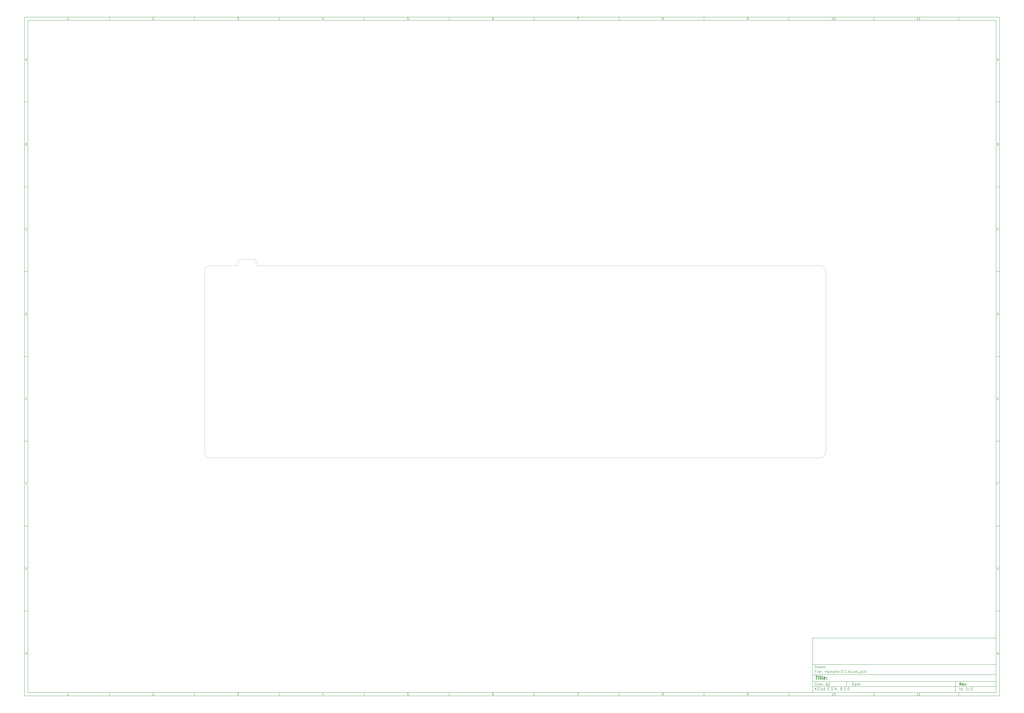
<source format=gbr>
G04 #@! TF.GenerationSoftware,KiCad,Pcbnew,8.0.0*
G04 #@! TF.CreationDate,2024-12-17T17:36:14-08:00*
G04 #@! TF.ProjectId,Hampter3.1,48616d70-7465-4723-932e-312e6b696361,rev?*
G04 #@! TF.SameCoordinates,Original*
G04 #@! TF.FileFunction,Profile,NP*
%FSLAX46Y46*%
G04 Gerber Fmt 4.6, Leading zero omitted, Abs format (unit mm)*
G04 Created by KiCad (PCBNEW 8.0.0) date 2024-12-17 17:36:14*
%MOMM*%
%LPD*%
G01*
G04 APERTURE LIST*
%ADD10C,0.100000*%
%ADD11C,0.150000*%
%ADD12C,0.300000*%
%ADD13C,0.400000*%
G04 #@! TA.AperFunction,Profile*
%ADD14C,0.050000*%
G04 #@! TD*
G04 APERTURE END LIST*
D10*
D11*
X474004400Y-375989000D02*
X582004400Y-375989000D01*
X582004400Y-407989000D01*
X474004400Y-407989000D01*
X474004400Y-375989000D01*
D10*
D11*
X10000000Y-10000000D02*
X584004400Y-10000000D01*
X584004400Y-409989000D01*
X10000000Y-409989000D01*
X10000000Y-10000000D01*
D10*
D11*
X12000000Y-12000000D02*
X582004400Y-12000000D01*
X582004400Y-407989000D01*
X12000000Y-407989000D01*
X12000000Y-12000000D01*
D10*
D11*
X60000000Y-12000000D02*
X60000000Y-10000000D01*
D10*
D11*
X110000000Y-12000000D02*
X110000000Y-10000000D01*
D10*
D11*
X160000000Y-12000000D02*
X160000000Y-10000000D01*
D10*
D11*
X210000000Y-12000000D02*
X210000000Y-10000000D01*
D10*
D11*
X260000000Y-12000000D02*
X260000000Y-10000000D01*
D10*
D11*
X310000000Y-12000000D02*
X310000000Y-10000000D01*
D10*
D11*
X360000000Y-12000000D02*
X360000000Y-10000000D01*
D10*
D11*
X410000000Y-12000000D02*
X410000000Y-10000000D01*
D10*
D11*
X460000000Y-12000000D02*
X460000000Y-10000000D01*
D10*
D11*
X510000000Y-12000000D02*
X510000000Y-10000000D01*
D10*
D11*
X560000000Y-12000000D02*
X560000000Y-10000000D01*
D10*
D11*
X36089160Y-11593604D02*
X35346303Y-11593604D01*
X35717731Y-11593604D02*
X35717731Y-10293604D01*
X35717731Y-10293604D02*
X35593922Y-10479319D01*
X35593922Y-10479319D02*
X35470112Y-10603128D01*
X35470112Y-10603128D02*
X35346303Y-10665033D01*
D10*
D11*
X85346303Y-10417414D02*
X85408207Y-10355509D01*
X85408207Y-10355509D02*
X85532017Y-10293604D01*
X85532017Y-10293604D02*
X85841541Y-10293604D01*
X85841541Y-10293604D02*
X85965350Y-10355509D01*
X85965350Y-10355509D02*
X86027255Y-10417414D01*
X86027255Y-10417414D02*
X86089160Y-10541223D01*
X86089160Y-10541223D02*
X86089160Y-10665033D01*
X86089160Y-10665033D02*
X86027255Y-10850747D01*
X86027255Y-10850747D02*
X85284398Y-11593604D01*
X85284398Y-11593604D02*
X86089160Y-11593604D01*
D10*
D11*
X135284398Y-10293604D02*
X136089160Y-10293604D01*
X136089160Y-10293604D02*
X135655826Y-10788842D01*
X135655826Y-10788842D02*
X135841541Y-10788842D01*
X135841541Y-10788842D02*
X135965350Y-10850747D01*
X135965350Y-10850747D02*
X136027255Y-10912652D01*
X136027255Y-10912652D02*
X136089160Y-11036461D01*
X136089160Y-11036461D02*
X136089160Y-11345985D01*
X136089160Y-11345985D02*
X136027255Y-11469795D01*
X136027255Y-11469795D02*
X135965350Y-11531700D01*
X135965350Y-11531700D02*
X135841541Y-11593604D01*
X135841541Y-11593604D02*
X135470112Y-11593604D01*
X135470112Y-11593604D02*
X135346303Y-11531700D01*
X135346303Y-11531700D02*
X135284398Y-11469795D01*
D10*
D11*
X185965350Y-10726938D02*
X185965350Y-11593604D01*
X185655826Y-10231700D02*
X185346303Y-11160271D01*
X185346303Y-11160271D02*
X186151064Y-11160271D01*
D10*
D11*
X236027255Y-10293604D02*
X235408207Y-10293604D01*
X235408207Y-10293604D02*
X235346303Y-10912652D01*
X235346303Y-10912652D02*
X235408207Y-10850747D01*
X235408207Y-10850747D02*
X235532017Y-10788842D01*
X235532017Y-10788842D02*
X235841541Y-10788842D01*
X235841541Y-10788842D02*
X235965350Y-10850747D01*
X235965350Y-10850747D02*
X236027255Y-10912652D01*
X236027255Y-10912652D02*
X236089160Y-11036461D01*
X236089160Y-11036461D02*
X236089160Y-11345985D01*
X236089160Y-11345985D02*
X236027255Y-11469795D01*
X236027255Y-11469795D02*
X235965350Y-11531700D01*
X235965350Y-11531700D02*
X235841541Y-11593604D01*
X235841541Y-11593604D02*
X235532017Y-11593604D01*
X235532017Y-11593604D02*
X235408207Y-11531700D01*
X235408207Y-11531700D02*
X235346303Y-11469795D01*
D10*
D11*
X285965350Y-10293604D02*
X285717731Y-10293604D01*
X285717731Y-10293604D02*
X285593922Y-10355509D01*
X285593922Y-10355509D02*
X285532017Y-10417414D01*
X285532017Y-10417414D02*
X285408207Y-10603128D01*
X285408207Y-10603128D02*
X285346303Y-10850747D01*
X285346303Y-10850747D02*
X285346303Y-11345985D01*
X285346303Y-11345985D02*
X285408207Y-11469795D01*
X285408207Y-11469795D02*
X285470112Y-11531700D01*
X285470112Y-11531700D02*
X285593922Y-11593604D01*
X285593922Y-11593604D02*
X285841541Y-11593604D01*
X285841541Y-11593604D02*
X285965350Y-11531700D01*
X285965350Y-11531700D02*
X286027255Y-11469795D01*
X286027255Y-11469795D02*
X286089160Y-11345985D01*
X286089160Y-11345985D02*
X286089160Y-11036461D01*
X286089160Y-11036461D02*
X286027255Y-10912652D01*
X286027255Y-10912652D02*
X285965350Y-10850747D01*
X285965350Y-10850747D02*
X285841541Y-10788842D01*
X285841541Y-10788842D02*
X285593922Y-10788842D01*
X285593922Y-10788842D02*
X285470112Y-10850747D01*
X285470112Y-10850747D02*
X285408207Y-10912652D01*
X285408207Y-10912652D02*
X285346303Y-11036461D01*
D10*
D11*
X335284398Y-10293604D02*
X336151064Y-10293604D01*
X336151064Y-10293604D02*
X335593922Y-11593604D01*
D10*
D11*
X385593922Y-10850747D02*
X385470112Y-10788842D01*
X385470112Y-10788842D02*
X385408207Y-10726938D01*
X385408207Y-10726938D02*
X385346303Y-10603128D01*
X385346303Y-10603128D02*
X385346303Y-10541223D01*
X385346303Y-10541223D02*
X385408207Y-10417414D01*
X385408207Y-10417414D02*
X385470112Y-10355509D01*
X385470112Y-10355509D02*
X385593922Y-10293604D01*
X385593922Y-10293604D02*
X385841541Y-10293604D01*
X385841541Y-10293604D02*
X385965350Y-10355509D01*
X385965350Y-10355509D02*
X386027255Y-10417414D01*
X386027255Y-10417414D02*
X386089160Y-10541223D01*
X386089160Y-10541223D02*
X386089160Y-10603128D01*
X386089160Y-10603128D02*
X386027255Y-10726938D01*
X386027255Y-10726938D02*
X385965350Y-10788842D01*
X385965350Y-10788842D02*
X385841541Y-10850747D01*
X385841541Y-10850747D02*
X385593922Y-10850747D01*
X385593922Y-10850747D02*
X385470112Y-10912652D01*
X385470112Y-10912652D02*
X385408207Y-10974557D01*
X385408207Y-10974557D02*
X385346303Y-11098366D01*
X385346303Y-11098366D02*
X385346303Y-11345985D01*
X385346303Y-11345985D02*
X385408207Y-11469795D01*
X385408207Y-11469795D02*
X385470112Y-11531700D01*
X385470112Y-11531700D02*
X385593922Y-11593604D01*
X385593922Y-11593604D02*
X385841541Y-11593604D01*
X385841541Y-11593604D02*
X385965350Y-11531700D01*
X385965350Y-11531700D02*
X386027255Y-11469795D01*
X386027255Y-11469795D02*
X386089160Y-11345985D01*
X386089160Y-11345985D02*
X386089160Y-11098366D01*
X386089160Y-11098366D02*
X386027255Y-10974557D01*
X386027255Y-10974557D02*
X385965350Y-10912652D01*
X385965350Y-10912652D02*
X385841541Y-10850747D01*
D10*
D11*
X435470112Y-11593604D02*
X435717731Y-11593604D01*
X435717731Y-11593604D02*
X435841541Y-11531700D01*
X435841541Y-11531700D02*
X435903445Y-11469795D01*
X435903445Y-11469795D02*
X436027255Y-11284080D01*
X436027255Y-11284080D02*
X436089160Y-11036461D01*
X436089160Y-11036461D02*
X436089160Y-10541223D01*
X436089160Y-10541223D02*
X436027255Y-10417414D01*
X436027255Y-10417414D02*
X435965350Y-10355509D01*
X435965350Y-10355509D02*
X435841541Y-10293604D01*
X435841541Y-10293604D02*
X435593922Y-10293604D01*
X435593922Y-10293604D02*
X435470112Y-10355509D01*
X435470112Y-10355509D02*
X435408207Y-10417414D01*
X435408207Y-10417414D02*
X435346303Y-10541223D01*
X435346303Y-10541223D02*
X435346303Y-10850747D01*
X435346303Y-10850747D02*
X435408207Y-10974557D01*
X435408207Y-10974557D02*
X435470112Y-11036461D01*
X435470112Y-11036461D02*
X435593922Y-11098366D01*
X435593922Y-11098366D02*
X435841541Y-11098366D01*
X435841541Y-11098366D02*
X435965350Y-11036461D01*
X435965350Y-11036461D02*
X436027255Y-10974557D01*
X436027255Y-10974557D02*
X436089160Y-10850747D01*
D10*
D11*
X486089160Y-11593604D02*
X485346303Y-11593604D01*
X485717731Y-11593604D02*
X485717731Y-10293604D01*
X485717731Y-10293604D02*
X485593922Y-10479319D01*
X485593922Y-10479319D02*
X485470112Y-10603128D01*
X485470112Y-10603128D02*
X485346303Y-10665033D01*
X486893921Y-10293604D02*
X487017731Y-10293604D01*
X487017731Y-10293604D02*
X487141540Y-10355509D01*
X487141540Y-10355509D02*
X487203445Y-10417414D01*
X487203445Y-10417414D02*
X487265350Y-10541223D01*
X487265350Y-10541223D02*
X487327255Y-10788842D01*
X487327255Y-10788842D02*
X487327255Y-11098366D01*
X487327255Y-11098366D02*
X487265350Y-11345985D01*
X487265350Y-11345985D02*
X487203445Y-11469795D01*
X487203445Y-11469795D02*
X487141540Y-11531700D01*
X487141540Y-11531700D02*
X487017731Y-11593604D01*
X487017731Y-11593604D02*
X486893921Y-11593604D01*
X486893921Y-11593604D02*
X486770112Y-11531700D01*
X486770112Y-11531700D02*
X486708207Y-11469795D01*
X486708207Y-11469795D02*
X486646302Y-11345985D01*
X486646302Y-11345985D02*
X486584398Y-11098366D01*
X486584398Y-11098366D02*
X486584398Y-10788842D01*
X486584398Y-10788842D02*
X486646302Y-10541223D01*
X486646302Y-10541223D02*
X486708207Y-10417414D01*
X486708207Y-10417414D02*
X486770112Y-10355509D01*
X486770112Y-10355509D02*
X486893921Y-10293604D01*
D10*
D11*
X536089160Y-11593604D02*
X535346303Y-11593604D01*
X535717731Y-11593604D02*
X535717731Y-10293604D01*
X535717731Y-10293604D02*
X535593922Y-10479319D01*
X535593922Y-10479319D02*
X535470112Y-10603128D01*
X535470112Y-10603128D02*
X535346303Y-10665033D01*
X537327255Y-11593604D02*
X536584398Y-11593604D01*
X536955826Y-11593604D02*
X536955826Y-10293604D01*
X536955826Y-10293604D02*
X536832017Y-10479319D01*
X536832017Y-10479319D02*
X536708207Y-10603128D01*
X536708207Y-10603128D02*
X536584398Y-10665033D01*
D10*
D11*
X60000000Y-407989000D02*
X60000000Y-409989000D01*
D10*
D11*
X110000000Y-407989000D02*
X110000000Y-409989000D01*
D10*
D11*
X160000000Y-407989000D02*
X160000000Y-409989000D01*
D10*
D11*
X210000000Y-407989000D02*
X210000000Y-409989000D01*
D10*
D11*
X260000000Y-407989000D02*
X260000000Y-409989000D01*
D10*
D11*
X310000000Y-407989000D02*
X310000000Y-409989000D01*
D10*
D11*
X360000000Y-407989000D02*
X360000000Y-409989000D01*
D10*
D11*
X410000000Y-407989000D02*
X410000000Y-409989000D01*
D10*
D11*
X460000000Y-407989000D02*
X460000000Y-409989000D01*
D10*
D11*
X510000000Y-407989000D02*
X510000000Y-409989000D01*
D10*
D11*
X560000000Y-407989000D02*
X560000000Y-409989000D01*
D10*
D11*
X36089160Y-409582604D02*
X35346303Y-409582604D01*
X35717731Y-409582604D02*
X35717731Y-408282604D01*
X35717731Y-408282604D02*
X35593922Y-408468319D01*
X35593922Y-408468319D02*
X35470112Y-408592128D01*
X35470112Y-408592128D02*
X35346303Y-408654033D01*
D10*
D11*
X85346303Y-408406414D02*
X85408207Y-408344509D01*
X85408207Y-408344509D02*
X85532017Y-408282604D01*
X85532017Y-408282604D02*
X85841541Y-408282604D01*
X85841541Y-408282604D02*
X85965350Y-408344509D01*
X85965350Y-408344509D02*
X86027255Y-408406414D01*
X86027255Y-408406414D02*
X86089160Y-408530223D01*
X86089160Y-408530223D02*
X86089160Y-408654033D01*
X86089160Y-408654033D02*
X86027255Y-408839747D01*
X86027255Y-408839747D02*
X85284398Y-409582604D01*
X85284398Y-409582604D02*
X86089160Y-409582604D01*
D10*
D11*
X135284398Y-408282604D02*
X136089160Y-408282604D01*
X136089160Y-408282604D02*
X135655826Y-408777842D01*
X135655826Y-408777842D02*
X135841541Y-408777842D01*
X135841541Y-408777842D02*
X135965350Y-408839747D01*
X135965350Y-408839747D02*
X136027255Y-408901652D01*
X136027255Y-408901652D02*
X136089160Y-409025461D01*
X136089160Y-409025461D02*
X136089160Y-409334985D01*
X136089160Y-409334985D02*
X136027255Y-409458795D01*
X136027255Y-409458795D02*
X135965350Y-409520700D01*
X135965350Y-409520700D02*
X135841541Y-409582604D01*
X135841541Y-409582604D02*
X135470112Y-409582604D01*
X135470112Y-409582604D02*
X135346303Y-409520700D01*
X135346303Y-409520700D02*
X135284398Y-409458795D01*
D10*
D11*
X185965350Y-408715938D02*
X185965350Y-409582604D01*
X185655826Y-408220700D02*
X185346303Y-409149271D01*
X185346303Y-409149271D02*
X186151064Y-409149271D01*
D10*
D11*
X236027255Y-408282604D02*
X235408207Y-408282604D01*
X235408207Y-408282604D02*
X235346303Y-408901652D01*
X235346303Y-408901652D02*
X235408207Y-408839747D01*
X235408207Y-408839747D02*
X235532017Y-408777842D01*
X235532017Y-408777842D02*
X235841541Y-408777842D01*
X235841541Y-408777842D02*
X235965350Y-408839747D01*
X235965350Y-408839747D02*
X236027255Y-408901652D01*
X236027255Y-408901652D02*
X236089160Y-409025461D01*
X236089160Y-409025461D02*
X236089160Y-409334985D01*
X236089160Y-409334985D02*
X236027255Y-409458795D01*
X236027255Y-409458795D02*
X235965350Y-409520700D01*
X235965350Y-409520700D02*
X235841541Y-409582604D01*
X235841541Y-409582604D02*
X235532017Y-409582604D01*
X235532017Y-409582604D02*
X235408207Y-409520700D01*
X235408207Y-409520700D02*
X235346303Y-409458795D01*
D10*
D11*
X285965350Y-408282604D02*
X285717731Y-408282604D01*
X285717731Y-408282604D02*
X285593922Y-408344509D01*
X285593922Y-408344509D02*
X285532017Y-408406414D01*
X285532017Y-408406414D02*
X285408207Y-408592128D01*
X285408207Y-408592128D02*
X285346303Y-408839747D01*
X285346303Y-408839747D02*
X285346303Y-409334985D01*
X285346303Y-409334985D02*
X285408207Y-409458795D01*
X285408207Y-409458795D02*
X285470112Y-409520700D01*
X285470112Y-409520700D02*
X285593922Y-409582604D01*
X285593922Y-409582604D02*
X285841541Y-409582604D01*
X285841541Y-409582604D02*
X285965350Y-409520700D01*
X285965350Y-409520700D02*
X286027255Y-409458795D01*
X286027255Y-409458795D02*
X286089160Y-409334985D01*
X286089160Y-409334985D02*
X286089160Y-409025461D01*
X286089160Y-409025461D02*
X286027255Y-408901652D01*
X286027255Y-408901652D02*
X285965350Y-408839747D01*
X285965350Y-408839747D02*
X285841541Y-408777842D01*
X285841541Y-408777842D02*
X285593922Y-408777842D01*
X285593922Y-408777842D02*
X285470112Y-408839747D01*
X285470112Y-408839747D02*
X285408207Y-408901652D01*
X285408207Y-408901652D02*
X285346303Y-409025461D01*
D10*
D11*
X335284398Y-408282604D02*
X336151064Y-408282604D01*
X336151064Y-408282604D02*
X335593922Y-409582604D01*
D10*
D11*
X385593922Y-408839747D02*
X385470112Y-408777842D01*
X385470112Y-408777842D02*
X385408207Y-408715938D01*
X385408207Y-408715938D02*
X385346303Y-408592128D01*
X385346303Y-408592128D02*
X385346303Y-408530223D01*
X385346303Y-408530223D02*
X385408207Y-408406414D01*
X385408207Y-408406414D02*
X385470112Y-408344509D01*
X385470112Y-408344509D02*
X385593922Y-408282604D01*
X385593922Y-408282604D02*
X385841541Y-408282604D01*
X385841541Y-408282604D02*
X385965350Y-408344509D01*
X385965350Y-408344509D02*
X386027255Y-408406414D01*
X386027255Y-408406414D02*
X386089160Y-408530223D01*
X386089160Y-408530223D02*
X386089160Y-408592128D01*
X386089160Y-408592128D02*
X386027255Y-408715938D01*
X386027255Y-408715938D02*
X385965350Y-408777842D01*
X385965350Y-408777842D02*
X385841541Y-408839747D01*
X385841541Y-408839747D02*
X385593922Y-408839747D01*
X385593922Y-408839747D02*
X385470112Y-408901652D01*
X385470112Y-408901652D02*
X385408207Y-408963557D01*
X385408207Y-408963557D02*
X385346303Y-409087366D01*
X385346303Y-409087366D02*
X385346303Y-409334985D01*
X385346303Y-409334985D02*
X385408207Y-409458795D01*
X385408207Y-409458795D02*
X385470112Y-409520700D01*
X385470112Y-409520700D02*
X385593922Y-409582604D01*
X385593922Y-409582604D02*
X385841541Y-409582604D01*
X385841541Y-409582604D02*
X385965350Y-409520700D01*
X385965350Y-409520700D02*
X386027255Y-409458795D01*
X386027255Y-409458795D02*
X386089160Y-409334985D01*
X386089160Y-409334985D02*
X386089160Y-409087366D01*
X386089160Y-409087366D02*
X386027255Y-408963557D01*
X386027255Y-408963557D02*
X385965350Y-408901652D01*
X385965350Y-408901652D02*
X385841541Y-408839747D01*
D10*
D11*
X435470112Y-409582604D02*
X435717731Y-409582604D01*
X435717731Y-409582604D02*
X435841541Y-409520700D01*
X435841541Y-409520700D02*
X435903445Y-409458795D01*
X435903445Y-409458795D02*
X436027255Y-409273080D01*
X436027255Y-409273080D02*
X436089160Y-409025461D01*
X436089160Y-409025461D02*
X436089160Y-408530223D01*
X436089160Y-408530223D02*
X436027255Y-408406414D01*
X436027255Y-408406414D02*
X435965350Y-408344509D01*
X435965350Y-408344509D02*
X435841541Y-408282604D01*
X435841541Y-408282604D02*
X435593922Y-408282604D01*
X435593922Y-408282604D02*
X435470112Y-408344509D01*
X435470112Y-408344509D02*
X435408207Y-408406414D01*
X435408207Y-408406414D02*
X435346303Y-408530223D01*
X435346303Y-408530223D02*
X435346303Y-408839747D01*
X435346303Y-408839747D02*
X435408207Y-408963557D01*
X435408207Y-408963557D02*
X435470112Y-409025461D01*
X435470112Y-409025461D02*
X435593922Y-409087366D01*
X435593922Y-409087366D02*
X435841541Y-409087366D01*
X435841541Y-409087366D02*
X435965350Y-409025461D01*
X435965350Y-409025461D02*
X436027255Y-408963557D01*
X436027255Y-408963557D02*
X436089160Y-408839747D01*
D10*
D11*
X486089160Y-409582604D02*
X485346303Y-409582604D01*
X485717731Y-409582604D02*
X485717731Y-408282604D01*
X485717731Y-408282604D02*
X485593922Y-408468319D01*
X485593922Y-408468319D02*
X485470112Y-408592128D01*
X485470112Y-408592128D02*
X485346303Y-408654033D01*
X486893921Y-408282604D02*
X487017731Y-408282604D01*
X487017731Y-408282604D02*
X487141540Y-408344509D01*
X487141540Y-408344509D02*
X487203445Y-408406414D01*
X487203445Y-408406414D02*
X487265350Y-408530223D01*
X487265350Y-408530223D02*
X487327255Y-408777842D01*
X487327255Y-408777842D02*
X487327255Y-409087366D01*
X487327255Y-409087366D02*
X487265350Y-409334985D01*
X487265350Y-409334985D02*
X487203445Y-409458795D01*
X487203445Y-409458795D02*
X487141540Y-409520700D01*
X487141540Y-409520700D02*
X487017731Y-409582604D01*
X487017731Y-409582604D02*
X486893921Y-409582604D01*
X486893921Y-409582604D02*
X486770112Y-409520700D01*
X486770112Y-409520700D02*
X486708207Y-409458795D01*
X486708207Y-409458795D02*
X486646302Y-409334985D01*
X486646302Y-409334985D02*
X486584398Y-409087366D01*
X486584398Y-409087366D02*
X486584398Y-408777842D01*
X486584398Y-408777842D02*
X486646302Y-408530223D01*
X486646302Y-408530223D02*
X486708207Y-408406414D01*
X486708207Y-408406414D02*
X486770112Y-408344509D01*
X486770112Y-408344509D02*
X486893921Y-408282604D01*
D10*
D11*
X536089160Y-409582604D02*
X535346303Y-409582604D01*
X535717731Y-409582604D02*
X535717731Y-408282604D01*
X535717731Y-408282604D02*
X535593922Y-408468319D01*
X535593922Y-408468319D02*
X535470112Y-408592128D01*
X535470112Y-408592128D02*
X535346303Y-408654033D01*
X537327255Y-409582604D02*
X536584398Y-409582604D01*
X536955826Y-409582604D02*
X536955826Y-408282604D01*
X536955826Y-408282604D02*
X536832017Y-408468319D01*
X536832017Y-408468319D02*
X536708207Y-408592128D01*
X536708207Y-408592128D02*
X536584398Y-408654033D01*
D10*
D11*
X10000000Y-60000000D02*
X12000000Y-60000000D01*
D10*
D11*
X10000000Y-110000000D02*
X12000000Y-110000000D01*
D10*
D11*
X10000000Y-160000000D02*
X12000000Y-160000000D01*
D10*
D11*
X10000000Y-210000000D02*
X12000000Y-210000000D01*
D10*
D11*
X10000000Y-260000000D02*
X12000000Y-260000000D01*
D10*
D11*
X10000000Y-310000000D02*
X12000000Y-310000000D01*
D10*
D11*
X10000000Y-360000000D02*
X12000000Y-360000000D01*
D10*
D11*
X10690476Y-35222176D02*
X11309523Y-35222176D01*
X10566666Y-35593604D02*
X10999999Y-34293604D01*
X10999999Y-34293604D02*
X11433333Y-35593604D01*
D10*
D11*
X11092857Y-84912652D02*
X11278571Y-84974557D01*
X11278571Y-84974557D02*
X11340476Y-85036461D01*
X11340476Y-85036461D02*
X11402380Y-85160271D01*
X11402380Y-85160271D02*
X11402380Y-85345985D01*
X11402380Y-85345985D02*
X11340476Y-85469795D01*
X11340476Y-85469795D02*
X11278571Y-85531700D01*
X11278571Y-85531700D02*
X11154761Y-85593604D01*
X11154761Y-85593604D02*
X10659523Y-85593604D01*
X10659523Y-85593604D02*
X10659523Y-84293604D01*
X10659523Y-84293604D02*
X11092857Y-84293604D01*
X11092857Y-84293604D02*
X11216666Y-84355509D01*
X11216666Y-84355509D02*
X11278571Y-84417414D01*
X11278571Y-84417414D02*
X11340476Y-84541223D01*
X11340476Y-84541223D02*
X11340476Y-84665033D01*
X11340476Y-84665033D02*
X11278571Y-84788842D01*
X11278571Y-84788842D02*
X11216666Y-84850747D01*
X11216666Y-84850747D02*
X11092857Y-84912652D01*
X11092857Y-84912652D02*
X10659523Y-84912652D01*
D10*
D11*
X11402380Y-135469795D02*
X11340476Y-135531700D01*
X11340476Y-135531700D02*
X11154761Y-135593604D01*
X11154761Y-135593604D02*
X11030952Y-135593604D01*
X11030952Y-135593604D02*
X10845238Y-135531700D01*
X10845238Y-135531700D02*
X10721428Y-135407890D01*
X10721428Y-135407890D02*
X10659523Y-135284080D01*
X10659523Y-135284080D02*
X10597619Y-135036461D01*
X10597619Y-135036461D02*
X10597619Y-134850747D01*
X10597619Y-134850747D02*
X10659523Y-134603128D01*
X10659523Y-134603128D02*
X10721428Y-134479319D01*
X10721428Y-134479319D02*
X10845238Y-134355509D01*
X10845238Y-134355509D02*
X11030952Y-134293604D01*
X11030952Y-134293604D02*
X11154761Y-134293604D01*
X11154761Y-134293604D02*
X11340476Y-134355509D01*
X11340476Y-134355509D02*
X11402380Y-134417414D01*
D10*
D11*
X10659523Y-185593604D02*
X10659523Y-184293604D01*
X10659523Y-184293604D02*
X10969047Y-184293604D01*
X10969047Y-184293604D02*
X11154761Y-184355509D01*
X11154761Y-184355509D02*
X11278571Y-184479319D01*
X11278571Y-184479319D02*
X11340476Y-184603128D01*
X11340476Y-184603128D02*
X11402380Y-184850747D01*
X11402380Y-184850747D02*
X11402380Y-185036461D01*
X11402380Y-185036461D02*
X11340476Y-185284080D01*
X11340476Y-185284080D02*
X11278571Y-185407890D01*
X11278571Y-185407890D02*
X11154761Y-185531700D01*
X11154761Y-185531700D02*
X10969047Y-185593604D01*
X10969047Y-185593604D02*
X10659523Y-185593604D01*
D10*
D11*
X10721428Y-234912652D02*
X11154762Y-234912652D01*
X11340476Y-235593604D02*
X10721428Y-235593604D01*
X10721428Y-235593604D02*
X10721428Y-234293604D01*
X10721428Y-234293604D02*
X11340476Y-234293604D01*
D10*
D11*
X11185714Y-284912652D02*
X10752380Y-284912652D01*
X10752380Y-285593604D02*
X10752380Y-284293604D01*
X10752380Y-284293604D02*
X11371428Y-284293604D01*
D10*
D11*
X11340476Y-334355509D02*
X11216666Y-334293604D01*
X11216666Y-334293604D02*
X11030952Y-334293604D01*
X11030952Y-334293604D02*
X10845238Y-334355509D01*
X10845238Y-334355509D02*
X10721428Y-334479319D01*
X10721428Y-334479319D02*
X10659523Y-334603128D01*
X10659523Y-334603128D02*
X10597619Y-334850747D01*
X10597619Y-334850747D02*
X10597619Y-335036461D01*
X10597619Y-335036461D02*
X10659523Y-335284080D01*
X10659523Y-335284080D02*
X10721428Y-335407890D01*
X10721428Y-335407890D02*
X10845238Y-335531700D01*
X10845238Y-335531700D02*
X11030952Y-335593604D01*
X11030952Y-335593604D02*
X11154761Y-335593604D01*
X11154761Y-335593604D02*
X11340476Y-335531700D01*
X11340476Y-335531700D02*
X11402380Y-335469795D01*
X11402380Y-335469795D02*
X11402380Y-335036461D01*
X11402380Y-335036461D02*
X11154761Y-335036461D01*
D10*
D11*
X10628571Y-385593604D02*
X10628571Y-384293604D01*
X10628571Y-384912652D02*
X11371428Y-384912652D01*
X11371428Y-385593604D02*
X11371428Y-384293604D01*
D10*
D11*
X584004400Y-60000000D02*
X582004400Y-60000000D01*
D10*
D11*
X584004400Y-110000000D02*
X582004400Y-110000000D01*
D10*
D11*
X584004400Y-160000000D02*
X582004400Y-160000000D01*
D10*
D11*
X584004400Y-210000000D02*
X582004400Y-210000000D01*
D10*
D11*
X584004400Y-260000000D02*
X582004400Y-260000000D01*
D10*
D11*
X584004400Y-310000000D02*
X582004400Y-310000000D01*
D10*
D11*
X584004400Y-360000000D02*
X582004400Y-360000000D01*
D10*
D11*
X582694876Y-35222176D02*
X583313923Y-35222176D01*
X582571066Y-35593604D02*
X583004399Y-34293604D01*
X583004399Y-34293604D02*
X583437733Y-35593604D01*
D10*
D11*
X583097257Y-84912652D02*
X583282971Y-84974557D01*
X583282971Y-84974557D02*
X583344876Y-85036461D01*
X583344876Y-85036461D02*
X583406780Y-85160271D01*
X583406780Y-85160271D02*
X583406780Y-85345985D01*
X583406780Y-85345985D02*
X583344876Y-85469795D01*
X583344876Y-85469795D02*
X583282971Y-85531700D01*
X583282971Y-85531700D02*
X583159161Y-85593604D01*
X583159161Y-85593604D02*
X582663923Y-85593604D01*
X582663923Y-85593604D02*
X582663923Y-84293604D01*
X582663923Y-84293604D02*
X583097257Y-84293604D01*
X583097257Y-84293604D02*
X583221066Y-84355509D01*
X583221066Y-84355509D02*
X583282971Y-84417414D01*
X583282971Y-84417414D02*
X583344876Y-84541223D01*
X583344876Y-84541223D02*
X583344876Y-84665033D01*
X583344876Y-84665033D02*
X583282971Y-84788842D01*
X583282971Y-84788842D02*
X583221066Y-84850747D01*
X583221066Y-84850747D02*
X583097257Y-84912652D01*
X583097257Y-84912652D02*
X582663923Y-84912652D01*
D10*
D11*
X583406780Y-135469795D02*
X583344876Y-135531700D01*
X583344876Y-135531700D02*
X583159161Y-135593604D01*
X583159161Y-135593604D02*
X583035352Y-135593604D01*
X583035352Y-135593604D02*
X582849638Y-135531700D01*
X582849638Y-135531700D02*
X582725828Y-135407890D01*
X582725828Y-135407890D02*
X582663923Y-135284080D01*
X582663923Y-135284080D02*
X582602019Y-135036461D01*
X582602019Y-135036461D02*
X582602019Y-134850747D01*
X582602019Y-134850747D02*
X582663923Y-134603128D01*
X582663923Y-134603128D02*
X582725828Y-134479319D01*
X582725828Y-134479319D02*
X582849638Y-134355509D01*
X582849638Y-134355509D02*
X583035352Y-134293604D01*
X583035352Y-134293604D02*
X583159161Y-134293604D01*
X583159161Y-134293604D02*
X583344876Y-134355509D01*
X583344876Y-134355509D02*
X583406780Y-134417414D01*
D10*
D11*
X582663923Y-185593604D02*
X582663923Y-184293604D01*
X582663923Y-184293604D02*
X582973447Y-184293604D01*
X582973447Y-184293604D02*
X583159161Y-184355509D01*
X583159161Y-184355509D02*
X583282971Y-184479319D01*
X583282971Y-184479319D02*
X583344876Y-184603128D01*
X583344876Y-184603128D02*
X583406780Y-184850747D01*
X583406780Y-184850747D02*
X583406780Y-185036461D01*
X583406780Y-185036461D02*
X583344876Y-185284080D01*
X583344876Y-185284080D02*
X583282971Y-185407890D01*
X583282971Y-185407890D02*
X583159161Y-185531700D01*
X583159161Y-185531700D02*
X582973447Y-185593604D01*
X582973447Y-185593604D02*
X582663923Y-185593604D01*
D10*
D11*
X582725828Y-234912652D02*
X583159162Y-234912652D01*
X583344876Y-235593604D02*
X582725828Y-235593604D01*
X582725828Y-235593604D02*
X582725828Y-234293604D01*
X582725828Y-234293604D02*
X583344876Y-234293604D01*
D10*
D11*
X583190114Y-284912652D02*
X582756780Y-284912652D01*
X582756780Y-285593604D02*
X582756780Y-284293604D01*
X582756780Y-284293604D02*
X583375828Y-284293604D01*
D10*
D11*
X583344876Y-334355509D02*
X583221066Y-334293604D01*
X583221066Y-334293604D02*
X583035352Y-334293604D01*
X583035352Y-334293604D02*
X582849638Y-334355509D01*
X582849638Y-334355509D02*
X582725828Y-334479319D01*
X582725828Y-334479319D02*
X582663923Y-334603128D01*
X582663923Y-334603128D02*
X582602019Y-334850747D01*
X582602019Y-334850747D02*
X582602019Y-335036461D01*
X582602019Y-335036461D02*
X582663923Y-335284080D01*
X582663923Y-335284080D02*
X582725828Y-335407890D01*
X582725828Y-335407890D02*
X582849638Y-335531700D01*
X582849638Y-335531700D02*
X583035352Y-335593604D01*
X583035352Y-335593604D02*
X583159161Y-335593604D01*
X583159161Y-335593604D02*
X583344876Y-335531700D01*
X583344876Y-335531700D02*
X583406780Y-335469795D01*
X583406780Y-335469795D02*
X583406780Y-335036461D01*
X583406780Y-335036461D02*
X583159161Y-335036461D01*
D10*
D11*
X582632971Y-385593604D02*
X582632971Y-384293604D01*
X582632971Y-384912652D02*
X583375828Y-384912652D01*
X583375828Y-385593604D02*
X583375828Y-384293604D01*
D10*
D11*
X497460226Y-403775128D02*
X497460226Y-402275128D01*
X497460226Y-402275128D02*
X497817369Y-402275128D01*
X497817369Y-402275128D02*
X498031655Y-402346557D01*
X498031655Y-402346557D02*
X498174512Y-402489414D01*
X498174512Y-402489414D02*
X498245941Y-402632271D01*
X498245941Y-402632271D02*
X498317369Y-402917985D01*
X498317369Y-402917985D02*
X498317369Y-403132271D01*
X498317369Y-403132271D02*
X498245941Y-403417985D01*
X498245941Y-403417985D02*
X498174512Y-403560842D01*
X498174512Y-403560842D02*
X498031655Y-403703700D01*
X498031655Y-403703700D02*
X497817369Y-403775128D01*
X497817369Y-403775128D02*
X497460226Y-403775128D01*
X499603084Y-403775128D02*
X499603084Y-402989414D01*
X499603084Y-402989414D02*
X499531655Y-402846557D01*
X499531655Y-402846557D02*
X499388798Y-402775128D01*
X499388798Y-402775128D02*
X499103084Y-402775128D01*
X499103084Y-402775128D02*
X498960226Y-402846557D01*
X499603084Y-403703700D02*
X499460226Y-403775128D01*
X499460226Y-403775128D02*
X499103084Y-403775128D01*
X499103084Y-403775128D02*
X498960226Y-403703700D01*
X498960226Y-403703700D02*
X498888798Y-403560842D01*
X498888798Y-403560842D02*
X498888798Y-403417985D01*
X498888798Y-403417985D02*
X498960226Y-403275128D01*
X498960226Y-403275128D02*
X499103084Y-403203700D01*
X499103084Y-403203700D02*
X499460226Y-403203700D01*
X499460226Y-403203700D02*
X499603084Y-403132271D01*
X500103084Y-402775128D02*
X500674512Y-402775128D01*
X500317369Y-402275128D02*
X500317369Y-403560842D01*
X500317369Y-403560842D02*
X500388798Y-403703700D01*
X500388798Y-403703700D02*
X500531655Y-403775128D01*
X500531655Y-403775128D02*
X500674512Y-403775128D01*
X501745941Y-403703700D02*
X501603084Y-403775128D01*
X501603084Y-403775128D02*
X501317370Y-403775128D01*
X501317370Y-403775128D02*
X501174512Y-403703700D01*
X501174512Y-403703700D02*
X501103084Y-403560842D01*
X501103084Y-403560842D02*
X501103084Y-402989414D01*
X501103084Y-402989414D02*
X501174512Y-402846557D01*
X501174512Y-402846557D02*
X501317370Y-402775128D01*
X501317370Y-402775128D02*
X501603084Y-402775128D01*
X501603084Y-402775128D02*
X501745941Y-402846557D01*
X501745941Y-402846557D02*
X501817370Y-402989414D01*
X501817370Y-402989414D02*
X501817370Y-403132271D01*
X501817370Y-403132271D02*
X501103084Y-403275128D01*
X502460226Y-403632271D02*
X502531655Y-403703700D01*
X502531655Y-403703700D02*
X502460226Y-403775128D01*
X502460226Y-403775128D02*
X502388798Y-403703700D01*
X502388798Y-403703700D02*
X502460226Y-403632271D01*
X502460226Y-403632271D02*
X502460226Y-403775128D01*
X502460226Y-402846557D02*
X502531655Y-402917985D01*
X502531655Y-402917985D02*
X502460226Y-402989414D01*
X502460226Y-402989414D02*
X502388798Y-402917985D01*
X502388798Y-402917985D02*
X502460226Y-402846557D01*
X502460226Y-402846557D02*
X502460226Y-402989414D01*
D10*
D11*
X474004400Y-404489000D02*
X582004400Y-404489000D01*
D10*
D11*
X475460226Y-406575128D02*
X475460226Y-405075128D01*
X476317369Y-406575128D02*
X475674512Y-405717985D01*
X476317369Y-405075128D02*
X475460226Y-405932271D01*
X476960226Y-406575128D02*
X476960226Y-405575128D01*
X476960226Y-405075128D02*
X476888798Y-405146557D01*
X476888798Y-405146557D02*
X476960226Y-405217985D01*
X476960226Y-405217985D02*
X477031655Y-405146557D01*
X477031655Y-405146557D02*
X476960226Y-405075128D01*
X476960226Y-405075128D02*
X476960226Y-405217985D01*
X478531655Y-406432271D02*
X478460227Y-406503700D01*
X478460227Y-406503700D02*
X478245941Y-406575128D01*
X478245941Y-406575128D02*
X478103084Y-406575128D01*
X478103084Y-406575128D02*
X477888798Y-406503700D01*
X477888798Y-406503700D02*
X477745941Y-406360842D01*
X477745941Y-406360842D02*
X477674512Y-406217985D01*
X477674512Y-406217985D02*
X477603084Y-405932271D01*
X477603084Y-405932271D02*
X477603084Y-405717985D01*
X477603084Y-405717985D02*
X477674512Y-405432271D01*
X477674512Y-405432271D02*
X477745941Y-405289414D01*
X477745941Y-405289414D02*
X477888798Y-405146557D01*
X477888798Y-405146557D02*
X478103084Y-405075128D01*
X478103084Y-405075128D02*
X478245941Y-405075128D01*
X478245941Y-405075128D02*
X478460227Y-405146557D01*
X478460227Y-405146557D02*
X478531655Y-405217985D01*
X479817370Y-406575128D02*
X479817370Y-405789414D01*
X479817370Y-405789414D02*
X479745941Y-405646557D01*
X479745941Y-405646557D02*
X479603084Y-405575128D01*
X479603084Y-405575128D02*
X479317370Y-405575128D01*
X479317370Y-405575128D02*
X479174512Y-405646557D01*
X479817370Y-406503700D02*
X479674512Y-406575128D01*
X479674512Y-406575128D02*
X479317370Y-406575128D01*
X479317370Y-406575128D02*
X479174512Y-406503700D01*
X479174512Y-406503700D02*
X479103084Y-406360842D01*
X479103084Y-406360842D02*
X479103084Y-406217985D01*
X479103084Y-406217985D02*
X479174512Y-406075128D01*
X479174512Y-406075128D02*
X479317370Y-406003700D01*
X479317370Y-406003700D02*
X479674512Y-406003700D01*
X479674512Y-406003700D02*
X479817370Y-405932271D01*
X481174513Y-406575128D02*
X481174513Y-405075128D01*
X481174513Y-406503700D02*
X481031655Y-406575128D01*
X481031655Y-406575128D02*
X480745941Y-406575128D01*
X480745941Y-406575128D02*
X480603084Y-406503700D01*
X480603084Y-406503700D02*
X480531655Y-406432271D01*
X480531655Y-406432271D02*
X480460227Y-406289414D01*
X480460227Y-406289414D02*
X480460227Y-405860842D01*
X480460227Y-405860842D02*
X480531655Y-405717985D01*
X480531655Y-405717985D02*
X480603084Y-405646557D01*
X480603084Y-405646557D02*
X480745941Y-405575128D01*
X480745941Y-405575128D02*
X481031655Y-405575128D01*
X481031655Y-405575128D02*
X481174513Y-405646557D01*
X483031655Y-405789414D02*
X483531655Y-405789414D01*
X483745941Y-406575128D02*
X483031655Y-406575128D01*
X483031655Y-406575128D02*
X483031655Y-405075128D01*
X483031655Y-405075128D02*
X483745941Y-405075128D01*
X484388798Y-406432271D02*
X484460227Y-406503700D01*
X484460227Y-406503700D02*
X484388798Y-406575128D01*
X484388798Y-406575128D02*
X484317370Y-406503700D01*
X484317370Y-406503700D02*
X484388798Y-406432271D01*
X484388798Y-406432271D02*
X484388798Y-406575128D01*
X485103084Y-406575128D02*
X485103084Y-405075128D01*
X485103084Y-405075128D02*
X485460227Y-405075128D01*
X485460227Y-405075128D02*
X485674513Y-405146557D01*
X485674513Y-405146557D02*
X485817370Y-405289414D01*
X485817370Y-405289414D02*
X485888799Y-405432271D01*
X485888799Y-405432271D02*
X485960227Y-405717985D01*
X485960227Y-405717985D02*
X485960227Y-405932271D01*
X485960227Y-405932271D02*
X485888799Y-406217985D01*
X485888799Y-406217985D02*
X485817370Y-406360842D01*
X485817370Y-406360842D02*
X485674513Y-406503700D01*
X485674513Y-406503700D02*
X485460227Y-406575128D01*
X485460227Y-406575128D02*
X485103084Y-406575128D01*
X486603084Y-406432271D02*
X486674513Y-406503700D01*
X486674513Y-406503700D02*
X486603084Y-406575128D01*
X486603084Y-406575128D02*
X486531656Y-406503700D01*
X486531656Y-406503700D02*
X486603084Y-406432271D01*
X486603084Y-406432271D02*
X486603084Y-406575128D01*
X487245942Y-406146557D02*
X487960228Y-406146557D01*
X487103085Y-406575128D02*
X487603085Y-405075128D01*
X487603085Y-405075128D02*
X488103085Y-406575128D01*
X488603084Y-406432271D02*
X488674513Y-406503700D01*
X488674513Y-406503700D02*
X488603084Y-406575128D01*
X488603084Y-406575128D02*
X488531656Y-406503700D01*
X488531656Y-406503700D02*
X488603084Y-406432271D01*
X488603084Y-406432271D02*
X488603084Y-406575128D01*
X490674513Y-405717985D02*
X490531656Y-405646557D01*
X490531656Y-405646557D02*
X490460227Y-405575128D01*
X490460227Y-405575128D02*
X490388799Y-405432271D01*
X490388799Y-405432271D02*
X490388799Y-405360842D01*
X490388799Y-405360842D02*
X490460227Y-405217985D01*
X490460227Y-405217985D02*
X490531656Y-405146557D01*
X490531656Y-405146557D02*
X490674513Y-405075128D01*
X490674513Y-405075128D02*
X490960227Y-405075128D01*
X490960227Y-405075128D02*
X491103085Y-405146557D01*
X491103085Y-405146557D02*
X491174513Y-405217985D01*
X491174513Y-405217985D02*
X491245942Y-405360842D01*
X491245942Y-405360842D02*
X491245942Y-405432271D01*
X491245942Y-405432271D02*
X491174513Y-405575128D01*
X491174513Y-405575128D02*
X491103085Y-405646557D01*
X491103085Y-405646557D02*
X490960227Y-405717985D01*
X490960227Y-405717985D02*
X490674513Y-405717985D01*
X490674513Y-405717985D02*
X490531656Y-405789414D01*
X490531656Y-405789414D02*
X490460227Y-405860842D01*
X490460227Y-405860842D02*
X490388799Y-406003700D01*
X490388799Y-406003700D02*
X490388799Y-406289414D01*
X490388799Y-406289414D02*
X490460227Y-406432271D01*
X490460227Y-406432271D02*
X490531656Y-406503700D01*
X490531656Y-406503700D02*
X490674513Y-406575128D01*
X490674513Y-406575128D02*
X490960227Y-406575128D01*
X490960227Y-406575128D02*
X491103085Y-406503700D01*
X491103085Y-406503700D02*
X491174513Y-406432271D01*
X491174513Y-406432271D02*
X491245942Y-406289414D01*
X491245942Y-406289414D02*
X491245942Y-406003700D01*
X491245942Y-406003700D02*
X491174513Y-405860842D01*
X491174513Y-405860842D02*
X491103085Y-405789414D01*
X491103085Y-405789414D02*
X490960227Y-405717985D01*
X491888798Y-406432271D02*
X491960227Y-406503700D01*
X491960227Y-406503700D02*
X491888798Y-406575128D01*
X491888798Y-406575128D02*
X491817370Y-406503700D01*
X491817370Y-406503700D02*
X491888798Y-406432271D01*
X491888798Y-406432271D02*
X491888798Y-406575128D01*
X492888799Y-405075128D02*
X493031656Y-405075128D01*
X493031656Y-405075128D02*
X493174513Y-405146557D01*
X493174513Y-405146557D02*
X493245942Y-405217985D01*
X493245942Y-405217985D02*
X493317370Y-405360842D01*
X493317370Y-405360842D02*
X493388799Y-405646557D01*
X493388799Y-405646557D02*
X493388799Y-406003700D01*
X493388799Y-406003700D02*
X493317370Y-406289414D01*
X493317370Y-406289414D02*
X493245942Y-406432271D01*
X493245942Y-406432271D02*
X493174513Y-406503700D01*
X493174513Y-406503700D02*
X493031656Y-406575128D01*
X493031656Y-406575128D02*
X492888799Y-406575128D01*
X492888799Y-406575128D02*
X492745942Y-406503700D01*
X492745942Y-406503700D02*
X492674513Y-406432271D01*
X492674513Y-406432271D02*
X492603084Y-406289414D01*
X492603084Y-406289414D02*
X492531656Y-406003700D01*
X492531656Y-406003700D02*
X492531656Y-405646557D01*
X492531656Y-405646557D02*
X492603084Y-405360842D01*
X492603084Y-405360842D02*
X492674513Y-405217985D01*
X492674513Y-405217985D02*
X492745942Y-405146557D01*
X492745942Y-405146557D02*
X492888799Y-405075128D01*
X494031655Y-406432271D02*
X494103084Y-406503700D01*
X494103084Y-406503700D02*
X494031655Y-406575128D01*
X494031655Y-406575128D02*
X493960227Y-406503700D01*
X493960227Y-406503700D02*
X494031655Y-406432271D01*
X494031655Y-406432271D02*
X494031655Y-406575128D01*
X495031656Y-405075128D02*
X495174513Y-405075128D01*
X495174513Y-405075128D02*
X495317370Y-405146557D01*
X495317370Y-405146557D02*
X495388799Y-405217985D01*
X495388799Y-405217985D02*
X495460227Y-405360842D01*
X495460227Y-405360842D02*
X495531656Y-405646557D01*
X495531656Y-405646557D02*
X495531656Y-406003700D01*
X495531656Y-406003700D02*
X495460227Y-406289414D01*
X495460227Y-406289414D02*
X495388799Y-406432271D01*
X495388799Y-406432271D02*
X495317370Y-406503700D01*
X495317370Y-406503700D02*
X495174513Y-406575128D01*
X495174513Y-406575128D02*
X495031656Y-406575128D01*
X495031656Y-406575128D02*
X494888799Y-406503700D01*
X494888799Y-406503700D02*
X494817370Y-406432271D01*
X494817370Y-406432271D02*
X494745941Y-406289414D01*
X494745941Y-406289414D02*
X494674513Y-406003700D01*
X494674513Y-406003700D02*
X494674513Y-405646557D01*
X494674513Y-405646557D02*
X494745941Y-405360842D01*
X494745941Y-405360842D02*
X494817370Y-405217985D01*
X494817370Y-405217985D02*
X494888799Y-405146557D01*
X494888799Y-405146557D02*
X495031656Y-405075128D01*
D10*
D11*
X474004400Y-401489000D02*
X582004400Y-401489000D01*
D10*
D12*
X561416053Y-403767328D02*
X560916053Y-403053042D01*
X560558910Y-403767328D02*
X560558910Y-402267328D01*
X560558910Y-402267328D02*
X561130339Y-402267328D01*
X561130339Y-402267328D02*
X561273196Y-402338757D01*
X561273196Y-402338757D02*
X561344625Y-402410185D01*
X561344625Y-402410185D02*
X561416053Y-402553042D01*
X561416053Y-402553042D02*
X561416053Y-402767328D01*
X561416053Y-402767328D02*
X561344625Y-402910185D01*
X561344625Y-402910185D02*
X561273196Y-402981614D01*
X561273196Y-402981614D02*
X561130339Y-403053042D01*
X561130339Y-403053042D02*
X560558910Y-403053042D01*
X562630339Y-403695900D02*
X562487482Y-403767328D01*
X562487482Y-403767328D02*
X562201768Y-403767328D01*
X562201768Y-403767328D02*
X562058910Y-403695900D01*
X562058910Y-403695900D02*
X561987482Y-403553042D01*
X561987482Y-403553042D02*
X561987482Y-402981614D01*
X561987482Y-402981614D02*
X562058910Y-402838757D01*
X562058910Y-402838757D02*
X562201768Y-402767328D01*
X562201768Y-402767328D02*
X562487482Y-402767328D01*
X562487482Y-402767328D02*
X562630339Y-402838757D01*
X562630339Y-402838757D02*
X562701768Y-402981614D01*
X562701768Y-402981614D02*
X562701768Y-403124471D01*
X562701768Y-403124471D02*
X561987482Y-403267328D01*
X563201767Y-402767328D02*
X563558910Y-403767328D01*
X563558910Y-403767328D02*
X563916053Y-402767328D01*
X564487481Y-403624471D02*
X564558910Y-403695900D01*
X564558910Y-403695900D02*
X564487481Y-403767328D01*
X564487481Y-403767328D02*
X564416053Y-403695900D01*
X564416053Y-403695900D02*
X564487481Y-403624471D01*
X564487481Y-403624471D02*
X564487481Y-403767328D01*
X564487481Y-402838757D02*
X564558910Y-402910185D01*
X564558910Y-402910185D02*
X564487481Y-402981614D01*
X564487481Y-402981614D02*
X564416053Y-402910185D01*
X564416053Y-402910185D02*
X564487481Y-402838757D01*
X564487481Y-402838757D02*
X564487481Y-402981614D01*
D10*
D11*
X475388798Y-403703700D02*
X475603084Y-403775128D01*
X475603084Y-403775128D02*
X475960226Y-403775128D01*
X475960226Y-403775128D02*
X476103084Y-403703700D01*
X476103084Y-403703700D02*
X476174512Y-403632271D01*
X476174512Y-403632271D02*
X476245941Y-403489414D01*
X476245941Y-403489414D02*
X476245941Y-403346557D01*
X476245941Y-403346557D02*
X476174512Y-403203700D01*
X476174512Y-403203700D02*
X476103084Y-403132271D01*
X476103084Y-403132271D02*
X475960226Y-403060842D01*
X475960226Y-403060842D02*
X475674512Y-402989414D01*
X475674512Y-402989414D02*
X475531655Y-402917985D01*
X475531655Y-402917985D02*
X475460226Y-402846557D01*
X475460226Y-402846557D02*
X475388798Y-402703700D01*
X475388798Y-402703700D02*
X475388798Y-402560842D01*
X475388798Y-402560842D02*
X475460226Y-402417985D01*
X475460226Y-402417985D02*
X475531655Y-402346557D01*
X475531655Y-402346557D02*
X475674512Y-402275128D01*
X475674512Y-402275128D02*
X476031655Y-402275128D01*
X476031655Y-402275128D02*
X476245941Y-402346557D01*
X476888797Y-403775128D02*
X476888797Y-402775128D01*
X476888797Y-402275128D02*
X476817369Y-402346557D01*
X476817369Y-402346557D02*
X476888797Y-402417985D01*
X476888797Y-402417985D02*
X476960226Y-402346557D01*
X476960226Y-402346557D02*
X476888797Y-402275128D01*
X476888797Y-402275128D02*
X476888797Y-402417985D01*
X477460226Y-402775128D02*
X478245941Y-402775128D01*
X478245941Y-402775128D02*
X477460226Y-403775128D01*
X477460226Y-403775128D02*
X478245941Y-403775128D01*
X479388798Y-403703700D02*
X479245941Y-403775128D01*
X479245941Y-403775128D02*
X478960227Y-403775128D01*
X478960227Y-403775128D02*
X478817369Y-403703700D01*
X478817369Y-403703700D02*
X478745941Y-403560842D01*
X478745941Y-403560842D02*
X478745941Y-402989414D01*
X478745941Y-402989414D02*
X478817369Y-402846557D01*
X478817369Y-402846557D02*
X478960227Y-402775128D01*
X478960227Y-402775128D02*
X479245941Y-402775128D01*
X479245941Y-402775128D02*
X479388798Y-402846557D01*
X479388798Y-402846557D02*
X479460227Y-402989414D01*
X479460227Y-402989414D02*
X479460227Y-403132271D01*
X479460227Y-403132271D02*
X478745941Y-403275128D01*
X480103083Y-403632271D02*
X480174512Y-403703700D01*
X480174512Y-403703700D02*
X480103083Y-403775128D01*
X480103083Y-403775128D02*
X480031655Y-403703700D01*
X480031655Y-403703700D02*
X480103083Y-403632271D01*
X480103083Y-403632271D02*
X480103083Y-403775128D01*
X480103083Y-402846557D02*
X480174512Y-402917985D01*
X480174512Y-402917985D02*
X480103083Y-402989414D01*
X480103083Y-402989414D02*
X480031655Y-402917985D01*
X480031655Y-402917985D02*
X480103083Y-402846557D01*
X480103083Y-402846557D02*
X480103083Y-402989414D01*
X481888798Y-403346557D02*
X482603084Y-403346557D01*
X481745941Y-403775128D02*
X482245941Y-402275128D01*
X482245941Y-402275128D02*
X482745941Y-403775128D01*
X483174512Y-402417985D02*
X483245940Y-402346557D01*
X483245940Y-402346557D02*
X483388798Y-402275128D01*
X483388798Y-402275128D02*
X483745940Y-402275128D01*
X483745940Y-402275128D02*
X483888798Y-402346557D01*
X483888798Y-402346557D02*
X483960226Y-402417985D01*
X483960226Y-402417985D02*
X484031655Y-402560842D01*
X484031655Y-402560842D02*
X484031655Y-402703700D01*
X484031655Y-402703700D02*
X483960226Y-402917985D01*
X483960226Y-402917985D02*
X483103083Y-403775128D01*
X483103083Y-403775128D02*
X484031655Y-403775128D01*
D10*
D11*
X560460226Y-406575128D02*
X560460226Y-405075128D01*
X561817370Y-406575128D02*
X561817370Y-405075128D01*
X561817370Y-406503700D02*
X561674512Y-406575128D01*
X561674512Y-406575128D02*
X561388798Y-406575128D01*
X561388798Y-406575128D02*
X561245941Y-406503700D01*
X561245941Y-406503700D02*
X561174512Y-406432271D01*
X561174512Y-406432271D02*
X561103084Y-406289414D01*
X561103084Y-406289414D02*
X561103084Y-405860842D01*
X561103084Y-405860842D02*
X561174512Y-405717985D01*
X561174512Y-405717985D02*
X561245941Y-405646557D01*
X561245941Y-405646557D02*
X561388798Y-405575128D01*
X561388798Y-405575128D02*
X561674512Y-405575128D01*
X561674512Y-405575128D02*
X561817370Y-405646557D01*
X562531655Y-406432271D02*
X562603084Y-406503700D01*
X562603084Y-406503700D02*
X562531655Y-406575128D01*
X562531655Y-406575128D02*
X562460227Y-406503700D01*
X562460227Y-406503700D02*
X562531655Y-406432271D01*
X562531655Y-406432271D02*
X562531655Y-406575128D01*
X562531655Y-405646557D02*
X562603084Y-405717985D01*
X562603084Y-405717985D02*
X562531655Y-405789414D01*
X562531655Y-405789414D02*
X562460227Y-405717985D01*
X562460227Y-405717985D02*
X562531655Y-405646557D01*
X562531655Y-405646557D02*
X562531655Y-405789414D01*
X565174513Y-406575128D02*
X564317370Y-406575128D01*
X564745941Y-406575128D02*
X564745941Y-405075128D01*
X564745941Y-405075128D02*
X564603084Y-405289414D01*
X564603084Y-405289414D02*
X564460227Y-405432271D01*
X564460227Y-405432271D02*
X564317370Y-405503700D01*
X566888798Y-405003700D02*
X565603084Y-406932271D01*
X568174513Y-406575128D02*
X567317370Y-406575128D01*
X567745941Y-406575128D02*
X567745941Y-405075128D01*
X567745941Y-405075128D02*
X567603084Y-405289414D01*
X567603084Y-405289414D02*
X567460227Y-405432271D01*
X567460227Y-405432271D02*
X567317370Y-405503700D01*
D10*
D11*
X474004400Y-397489000D02*
X582004400Y-397489000D01*
D10*
D13*
X475696128Y-398193438D02*
X476838985Y-398193438D01*
X476017557Y-400193438D02*
X476267557Y-398193438D01*
X477255652Y-400193438D02*
X477422319Y-398860104D01*
X477505652Y-398193438D02*
X477398509Y-398288676D01*
X477398509Y-398288676D02*
X477481843Y-398383914D01*
X477481843Y-398383914D02*
X477588986Y-398288676D01*
X477588986Y-398288676D02*
X477505652Y-398193438D01*
X477505652Y-398193438D02*
X477481843Y-398383914D01*
X478088986Y-398860104D02*
X478850890Y-398860104D01*
X478458033Y-398193438D02*
X478243748Y-399907723D01*
X478243748Y-399907723D02*
X478315176Y-400098200D01*
X478315176Y-400098200D02*
X478493748Y-400193438D01*
X478493748Y-400193438D02*
X478684224Y-400193438D01*
X479636605Y-400193438D02*
X479458033Y-400098200D01*
X479458033Y-400098200D02*
X479386605Y-399907723D01*
X479386605Y-399907723D02*
X479600890Y-398193438D01*
X481172319Y-400098200D02*
X480969938Y-400193438D01*
X480969938Y-400193438D02*
X480588985Y-400193438D01*
X480588985Y-400193438D02*
X480410414Y-400098200D01*
X480410414Y-400098200D02*
X480338985Y-399907723D01*
X480338985Y-399907723D02*
X480434224Y-399145819D01*
X480434224Y-399145819D02*
X480553271Y-398955342D01*
X480553271Y-398955342D02*
X480755652Y-398860104D01*
X480755652Y-398860104D02*
X481136604Y-398860104D01*
X481136604Y-398860104D02*
X481315176Y-398955342D01*
X481315176Y-398955342D02*
X481386604Y-399145819D01*
X481386604Y-399145819D02*
X481362795Y-399336295D01*
X481362795Y-399336295D02*
X480386604Y-399526771D01*
X482136605Y-400002961D02*
X482219938Y-400098200D01*
X482219938Y-400098200D02*
X482112795Y-400193438D01*
X482112795Y-400193438D02*
X482029462Y-400098200D01*
X482029462Y-400098200D02*
X482136605Y-400002961D01*
X482136605Y-400002961D02*
X482112795Y-400193438D01*
X482267557Y-398955342D02*
X482350890Y-399050580D01*
X482350890Y-399050580D02*
X482243748Y-399145819D01*
X482243748Y-399145819D02*
X482160414Y-399050580D01*
X482160414Y-399050580D02*
X482267557Y-398955342D01*
X482267557Y-398955342D02*
X482243748Y-399145819D01*
D10*
D11*
X475960226Y-395589414D02*
X475460226Y-395589414D01*
X475460226Y-396375128D02*
X475460226Y-394875128D01*
X475460226Y-394875128D02*
X476174512Y-394875128D01*
X476745940Y-396375128D02*
X476745940Y-395375128D01*
X476745940Y-394875128D02*
X476674512Y-394946557D01*
X476674512Y-394946557D02*
X476745940Y-395017985D01*
X476745940Y-395017985D02*
X476817369Y-394946557D01*
X476817369Y-394946557D02*
X476745940Y-394875128D01*
X476745940Y-394875128D02*
X476745940Y-395017985D01*
X477674512Y-396375128D02*
X477531655Y-396303700D01*
X477531655Y-396303700D02*
X477460226Y-396160842D01*
X477460226Y-396160842D02*
X477460226Y-394875128D01*
X478817369Y-396303700D02*
X478674512Y-396375128D01*
X478674512Y-396375128D02*
X478388798Y-396375128D01*
X478388798Y-396375128D02*
X478245940Y-396303700D01*
X478245940Y-396303700D02*
X478174512Y-396160842D01*
X478174512Y-396160842D02*
X478174512Y-395589414D01*
X478174512Y-395589414D02*
X478245940Y-395446557D01*
X478245940Y-395446557D02*
X478388798Y-395375128D01*
X478388798Y-395375128D02*
X478674512Y-395375128D01*
X478674512Y-395375128D02*
X478817369Y-395446557D01*
X478817369Y-395446557D02*
X478888798Y-395589414D01*
X478888798Y-395589414D02*
X478888798Y-395732271D01*
X478888798Y-395732271D02*
X478174512Y-395875128D01*
X479531654Y-396232271D02*
X479603083Y-396303700D01*
X479603083Y-396303700D02*
X479531654Y-396375128D01*
X479531654Y-396375128D02*
X479460226Y-396303700D01*
X479460226Y-396303700D02*
X479531654Y-396232271D01*
X479531654Y-396232271D02*
X479531654Y-396375128D01*
X479531654Y-395446557D02*
X479603083Y-395517985D01*
X479603083Y-395517985D02*
X479531654Y-395589414D01*
X479531654Y-395589414D02*
X479460226Y-395517985D01*
X479460226Y-395517985D02*
X479531654Y-395446557D01*
X479531654Y-395446557D02*
X479531654Y-395589414D01*
X481388797Y-396375128D02*
X481388797Y-394875128D01*
X481388797Y-395589414D02*
X482245940Y-395589414D01*
X482245940Y-396375128D02*
X482245940Y-394875128D01*
X483603084Y-396375128D02*
X483603084Y-395589414D01*
X483603084Y-395589414D02*
X483531655Y-395446557D01*
X483531655Y-395446557D02*
X483388798Y-395375128D01*
X483388798Y-395375128D02*
X483103084Y-395375128D01*
X483103084Y-395375128D02*
X482960226Y-395446557D01*
X483603084Y-396303700D02*
X483460226Y-396375128D01*
X483460226Y-396375128D02*
X483103084Y-396375128D01*
X483103084Y-396375128D02*
X482960226Y-396303700D01*
X482960226Y-396303700D02*
X482888798Y-396160842D01*
X482888798Y-396160842D02*
X482888798Y-396017985D01*
X482888798Y-396017985D02*
X482960226Y-395875128D01*
X482960226Y-395875128D02*
X483103084Y-395803700D01*
X483103084Y-395803700D02*
X483460226Y-395803700D01*
X483460226Y-395803700D02*
X483603084Y-395732271D01*
X484317369Y-396375128D02*
X484317369Y-395375128D01*
X484317369Y-395517985D02*
X484388798Y-395446557D01*
X484388798Y-395446557D02*
X484531655Y-395375128D01*
X484531655Y-395375128D02*
X484745941Y-395375128D01*
X484745941Y-395375128D02*
X484888798Y-395446557D01*
X484888798Y-395446557D02*
X484960227Y-395589414D01*
X484960227Y-395589414D02*
X484960227Y-396375128D01*
X484960227Y-395589414D02*
X485031655Y-395446557D01*
X485031655Y-395446557D02*
X485174512Y-395375128D01*
X485174512Y-395375128D02*
X485388798Y-395375128D01*
X485388798Y-395375128D02*
X485531655Y-395446557D01*
X485531655Y-395446557D02*
X485603084Y-395589414D01*
X485603084Y-395589414D02*
X485603084Y-396375128D01*
X486317369Y-395375128D02*
X486317369Y-396875128D01*
X486317369Y-395446557D02*
X486460227Y-395375128D01*
X486460227Y-395375128D02*
X486745941Y-395375128D01*
X486745941Y-395375128D02*
X486888798Y-395446557D01*
X486888798Y-395446557D02*
X486960227Y-395517985D01*
X486960227Y-395517985D02*
X487031655Y-395660842D01*
X487031655Y-395660842D02*
X487031655Y-396089414D01*
X487031655Y-396089414D02*
X486960227Y-396232271D01*
X486960227Y-396232271D02*
X486888798Y-396303700D01*
X486888798Y-396303700D02*
X486745941Y-396375128D01*
X486745941Y-396375128D02*
X486460227Y-396375128D01*
X486460227Y-396375128D02*
X486317369Y-396303700D01*
X487460227Y-395375128D02*
X488031655Y-395375128D01*
X487674512Y-394875128D02*
X487674512Y-396160842D01*
X487674512Y-396160842D02*
X487745941Y-396303700D01*
X487745941Y-396303700D02*
X487888798Y-396375128D01*
X487888798Y-396375128D02*
X488031655Y-396375128D01*
X489103084Y-396303700D02*
X488960227Y-396375128D01*
X488960227Y-396375128D02*
X488674513Y-396375128D01*
X488674513Y-396375128D02*
X488531655Y-396303700D01*
X488531655Y-396303700D02*
X488460227Y-396160842D01*
X488460227Y-396160842D02*
X488460227Y-395589414D01*
X488460227Y-395589414D02*
X488531655Y-395446557D01*
X488531655Y-395446557D02*
X488674513Y-395375128D01*
X488674513Y-395375128D02*
X488960227Y-395375128D01*
X488960227Y-395375128D02*
X489103084Y-395446557D01*
X489103084Y-395446557D02*
X489174513Y-395589414D01*
X489174513Y-395589414D02*
X489174513Y-395732271D01*
X489174513Y-395732271D02*
X488460227Y-395875128D01*
X489817369Y-396375128D02*
X489817369Y-395375128D01*
X489817369Y-395660842D02*
X489888798Y-395517985D01*
X489888798Y-395517985D02*
X489960227Y-395446557D01*
X489960227Y-395446557D02*
X490103084Y-395375128D01*
X490103084Y-395375128D02*
X490245941Y-395375128D01*
X490603083Y-394875128D02*
X491531655Y-394875128D01*
X491531655Y-394875128D02*
X491031655Y-395446557D01*
X491031655Y-395446557D02*
X491245940Y-395446557D01*
X491245940Y-395446557D02*
X491388798Y-395517985D01*
X491388798Y-395517985D02*
X491460226Y-395589414D01*
X491460226Y-395589414D02*
X491531655Y-395732271D01*
X491531655Y-395732271D02*
X491531655Y-396089414D01*
X491531655Y-396089414D02*
X491460226Y-396232271D01*
X491460226Y-396232271D02*
X491388798Y-396303700D01*
X491388798Y-396303700D02*
X491245940Y-396375128D01*
X491245940Y-396375128D02*
X490817369Y-396375128D01*
X490817369Y-396375128D02*
X490674512Y-396303700D01*
X490674512Y-396303700D02*
X490603083Y-396232271D01*
X492174511Y-396232271D02*
X492245940Y-396303700D01*
X492245940Y-396303700D02*
X492174511Y-396375128D01*
X492174511Y-396375128D02*
X492103083Y-396303700D01*
X492103083Y-396303700D02*
X492174511Y-396232271D01*
X492174511Y-396232271D02*
X492174511Y-396375128D01*
X493674512Y-396375128D02*
X492817369Y-396375128D01*
X493245940Y-396375128D02*
X493245940Y-394875128D01*
X493245940Y-394875128D02*
X493103083Y-395089414D01*
X493103083Y-395089414D02*
X492960226Y-395232271D01*
X492960226Y-395232271D02*
X492817369Y-395303700D01*
X494317368Y-396232271D02*
X494388797Y-396303700D01*
X494388797Y-396303700D02*
X494317368Y-396375128D01*
X494317368Y-396375128D02*
X494245940Y-396303700D01*
X494245940Y-396303700D02*
X494317368Y-396232271D01*
X494317368Y-396232271D02*
X494317368Y-396375128D01*
X495031654Y-396375128D02*
X495031654Y-394875128D01*
X495174512Y-395803700D02*
X495603083Y-396375128D01*
X495603083Y-395375128D02*
X495031654Y-395946557D01*
X496245940Y-396375128D02*
X496245940Y-395375128D01*
X496245940Y-394875128D02*
X496174512Y-394946557D01*
X496174512Y-394946557D02*
X496245940Y-395017985D01*
X496245940Y-395017985D02*
X496317369Y-394946557D01*
X496317369Y-394946557D02*
X496245940Y-394875128D01*
X496245940Y-394875128D02*
X496245940Y-395017985D01*
X497603084Y-396303700D02*
X497460226Y-396375128D01*
X497460226Y-396375128D02*
X497174512Y-396375128D01*
X497174512Y-396375128D02*
X497031655Y-396303700D01*
X497031655Y-396303700D02*
X496960226Y-396232271D01*
X496960226Y-396232271D02*
X496888798Y-396089414D01*
X496888798Y-396089414D02*
X496888798Y-395660842D01*
X496888798Y-395660842D02*
X496960226Y-395517985D01*
X496960226Y-395517985D02*
X497031655Y-395446557D01*
X497031655Y-395446557D02*
X497174512Y-395375128D01*
X497174512Y-395375128D02*
X497460226Y-395375128D01*
X497460226Y-395375128D02*
X497603084Y-395446557D01*
X498888798Y-396375128D02*
X498888798Y-395589414D01*
X498888798Y-395589414D02*
X498817369Y-395446557D01*
X498817369Y-395446557D02*
X498674512Y-395375128D01*
X498674512Y-395375128D02*
X498388798Y-395375128D01*
X498388798Y-395375128D02*
X498245940Y-395446557D01*
X498888798Y-396303700D02*
X498745940Y-396375128D01*
X498745940Y-396375128D02*
X498388798Y-396375128D01*
X498388798Y-396375128D02*
X498245940Y-396303700D01*
X498245940Y-396303700D02*
X498174512Y-396160842D01*
X498174512Y-396160842D02*
X498174512Y-396017985D01*
X498174512Y-396017985D02*
X498245940Y-395875128D01*
X498245940Y-395875128D02*
X498388798Y-395803700D01*
X498388798Y-395803700D02*
X498745940Y-395803700D01*
X498745940Y-395803700D02*
X498888798Y-395732271D01*
X500245941Y-396375128D02*
X500245941Y-394875128D01*
X500245941Y-396303700D02*
X500103083Y-396375128D01*
X500103083Y-396375128D02*
X499817369Y-396375128D01*
X499817369Y-396375128D02*
X499674512Y-396303700D01*
X499674512Y-396303700D02*
X499603083Y-396232271D01*
X499603083Y-396232271D02*
X499531655Y-396089414D01*
X499531655Y-396089414D02*
X499531655Y-395660842D01*
X499531655Y-395660842D02*
X499603083Y-395517985D01*
X499603083Y-395517985D02*
X499674512Y-395446557D01*
X499674512Y-395446557D02*
X499817369Y-395375128D01*
X499817369Y-395375128D02*
X500103083Y-395375128D01*
X500103083Y-395375128D02*
X500245941Y-395446557D01*
X500603084Y-396517985D02*
X501745941Y-396517985D01*
X502103083Y-395375128D02*
X502103083Y-396875128D01*
X502103083Y-395446557D02*
X502245941Y-395375128D01*
X502245941Y-395375128D02*
X502531655Y-395375128D01*
X502531655Y-395375128D02*
X502674512Y-395446557D01*
X502674512Y-395446557D02*
X502745941Y-395517985D01*
X502745941Y-395517985D02*
X502817369Y-395660842D01*
X502817369Y-395660842D02*
X502817369Y-396089414D01*
X502817369Y-396089414D02*
X502745941Y-396232271D01*
X502745941Y-396232271D02*
X502674512Y-396303700D01*
X502674512Y-396303700D02*
X502531655Y-396375128D01*
X502531655Y-396375128D02*
X502245941Y-396375128D01*
X502245941Y-396375128D02*
X502103083Y-396303700D01*
X504103084Y-396303700D02*
X503960226Y-396375128D01*
X503960226Y-396375128D02*
X503674512Y-396375128D01*
X503674512Y-396375128D02*
X503531655Y-396303700D01*
X503531655Y-396303700D02*
X503460226Y-396232271D01*
X503460226Y-396232271D02*
X503388798Y-396089414D01*
X503388798Y-396089414D02*
X503388798Y-395660842D01*
X503388798Y-395660842D02*
X503460226Y-395517985D01*
X503460226Y-395517985D02*
X503531655Y-395446557D01*
X503531655Y-395446557D02*
X503674512Y-395375128D01*
X503674512Y-395375128D02*
X503960226Y-395375128D01*
X503960226Y-395375128D02*
X504103084Y-395446557D01*
X504745940Y-396375128D02*
X504745940Y-394875128D01*
X504745940Y-395446557D02*
X504888798Y-395375128D01*
X504888798Y-395375128D02*
X505174512Y-395375128D01*
X505174512Y-395375128D02*
X505317369Y-395446557D01*
X505317369Y-395446557D02*
X505388798Y-395517985D01*
X505388798Y-395517985D02*
X505460226Y-395660842D01*
X505460226Y-395660842D02*
X505460226Y-396089414D01*
X505460226Y-396089414D02*
X505388798Y-396232271D01*
X505388798Y-396232271D02*
X505317369Y-396303700D01*
X505317369Y-396303700D02*
X505174512Y-396375128D01*
X505174512Y-396375128D02*
X504888798Y-396375128D01*
X504888798Y-396375128D02*
X504745940Y-396303700D01*
D10*
D11*
X474004400Y-391489000D02*
X582004400Y-391489000D01*
D10*
D11*
X475388798Y-393603700D02*
X475603084Y-393675128D01*
X475603084Y-393675128D02*
X475960226Y-393675128D01*
X475960226Y-393675128D02*
X476103084Y-393603700D01*
X476103084Y-393603700D02*
X476174512Y-393532271D01*
X476174512Y-393532271D02*
X476245941Y-393389414D01*
X476245941Y-393389414D02*
X476245941Y-393246557D01*
X476245941Y-393246557D02*
X476174512Y-393103700D01*
X476174512Y-393103700D02*
X476103084Y-393032271D01*
X476103084Y-393032271D02*
X475960226Y-392960842D01*
X475960226Y-392960842D02*
X475674512Y-392889414D01*
X475674512Y-392889414D02*
X475531655Y-392817985D01*
X475531655Y-392817985D02*
X475460226Y-392746557D01*
X475460226Y-392746557D02*
X475388798Y-392603700D01*
X475388798Y-392603700D02*
X475388798Y-392460842D01*
X475388798Y-392460842D02*
X475460226Y-392317985D01*
X475460226Y-392317985D02*
X475531655Y-392246557D01*
X475531655Y-392246557D02*
X475674512Y-392175128D01*
X475674512Y-392175128D02*
X476031655Y-392175128D01*
X476031655Y-392175128D02*
X476245941Y-392246557D01*
X476888797Y-393675128D02*
X476888797Y-392175128D01*
X477531655Y-393675128D02*
X477531655Y-392889414D01*
X477531655Y-392889414D02*
X477460226Y-392746557D01*
X477460226Y-392746557D02*
X477317369Y-392675128D01*
X477317369Y-392675128D02*
X477103083Y-392675128D01*
X477103083Y-392675128D02*
X476960226Y-392746557D01*
X476960226Y-392746557D02*
X476888797Y-392817985D01*
X478817369Y-393603700D02*
X478674512Y-393675128D01*
X478674512Y-393675128D02*
X478388798Y-393675128D01*
X478388798Y-393675128D02*
X478245940Y-393603700D01*
X478245940Y-393603700D02*
X478174512Y-393460842D01*
X478174512Y-393460842D02*
X478174512Y-392889414D01*
X478174512Y-392889414D02*
X478245940Y-392746557D01*
X478245940Y-392746557D02*
X478388798Y-392675128D01*
X478388798Y-392675128D02*
X478674512Y-392675128D01*
X478674512Y-392675128D02*
X478817369Y-392746557D01*
X478817369Y-392746557D02*
X478888798Y-392889414D01*
X478888798Y-392889414D02*
X478888798Y-393032271D01*
X478888798Y-393032271D02*
X478174512Y-393175128D01*
X480103083Y-393603700D02*
X479960226Y-393675128D01*
X479960226Y-393675128D02*
X479674512Y-393675128D01*
X479674512Y-393675128D02*
X479531654Y-393603700D01*
X479531654Y-393603700D02*
X479460226Y-393460842D01*
X479460226Y-393460842D02*
X479460226Y-392889414D01*
X479460226Y-392889414D02*
X479531654Y-392746557D01*
X479531654Y-392746557D02*
X479674512Y-392675128D01*
X479674512Y-392675128D02*
X479960226Y-392675128D01*
X479960226Y-392675128D02*
X480103083Y-392746557D01*
X480103083Y-392746557D02*
X480174512Y-392889414D01*
X480174512Y-392889414D02*
X480174512Y-393032271D01*
X480174512Y-393032271D02*
X479460226Y-393175128D01*
X480603083Y-392675128D02*
X481174511Y-392675128D01*
X480817368Y-392175128D02*
X480817368Y-393460842D01*
X480817368Y-393460842D02*
X480888797Y-393603700D01*
X480888797Y-393603700D02*
X481031654Y-393675128D01*
X481031654Y-393675128D02*
X481174511Y-393675128D01*
X481674511Y-393532271D02*
X481745940Y-393603700D01*
X481745940Y-393603700D02*
X481674511Y-393675128D01*
X481674511Y-393675128D02*
X481603083Y-393603700D01*
X481603083Y-393603700D02*
X481674511Y-393532271D01*
X481674511Y-393532271D02*
X481674511Y-393675128D01*
X481674511Y-392746557D02*
X481745940Y-392817985D01*
X481745940Y-392817985D02*
X481674511Y-392889414D01*
X481674511Y-392889414D02*
X481603083Y-392817985D01*
X481603083Y-392817985D02*
X481674511Y-392746557D01*
X481674511Y-392746557D02*
X481674511Y-392889414D01*
D10*
D12*
D10*
D11*
D10*
D11*
D10*
D11*
D10*
D11*
D10*
D11*
X494004400Y-401489000D02*
X494004400Y-404489000D01*
D10*
D11*
X558004400Y-401489000D02*
X558004400Y-407989000D01*
D14*
X136525000Y-152781000D02*
X145421382Y-152774618D01*
X481693999Y-266445998D02*
G75*
G02*
X478409000Y-269730999I-3284999J-2D01*
G01*
X146310382Y-153663618D02*
X146304000Y-155592000D01*
X481694000Y-159766002D02*
X481694000Y-266446000D01*
X135636000Y-153670000D02*
G75*
G02*
X136525000Y-152781000I889000J0D01*
G01*
X135636000Y-155592000D02*
G75*
G02*
X134747000Y-156481000I-889000J0D01*
G01*
X119253002Y-269731000D02*
G75*
G02*
X115968000Y-266446001I-2J3285000D01*
G01*
X119253002Y-156481002D02*
X134747000Y-156481000D01*
X145421382Y-152774618D02*
G75*
G02*
X146310382Y-153663618I18J-888982D01*
G01*
X478409000Y-269731000D02*
X119253002Y-269731000D01*
X115968003Y-159766000D02*
G75*
G02*
X119253002Y-156481003I3284997J0D01*
G01*
X147193000Y-156481000D02*
X478409000Y-156481002D01*
X478409000Y-156481002D02*
G75*
G02*
X481693998Y-159766002I0J-3284998D01*
G01*
X147193000Y-156481000D02*
G75*
G02*
X146304000Y-155592000I0J889000D01*
G01*
X135636000Y-155592000D02*
X135636000Y-153670000D01*
X115968002Y-266446000D02*
X115968002Y-159766002D01*
M02*

</source>
